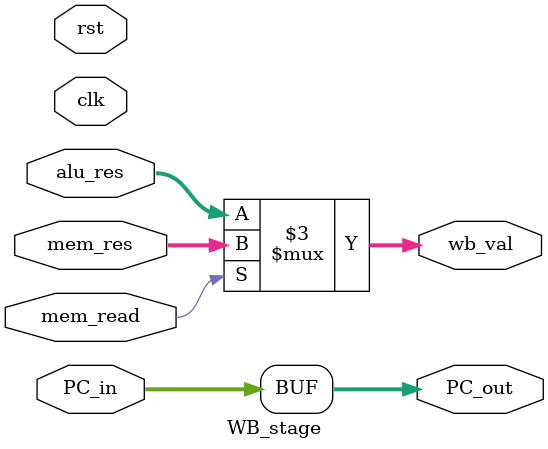
<source format=v>
module WB_stage (
  input clk, rst, 
  input [31:0] PC_in, 
  input mem_read,
  input [31:0] mem_res, alu_res,

  output [31:0] PC_out,
  output reg [31:0] wb_val
);

  assign PC_out = PC_in;

  always @(*)begin
	  if(mem_read)
	  	wb_val <= mem_res;
	  else
	  	wb_val <= alu_res;
  end

endmodule

</source>
